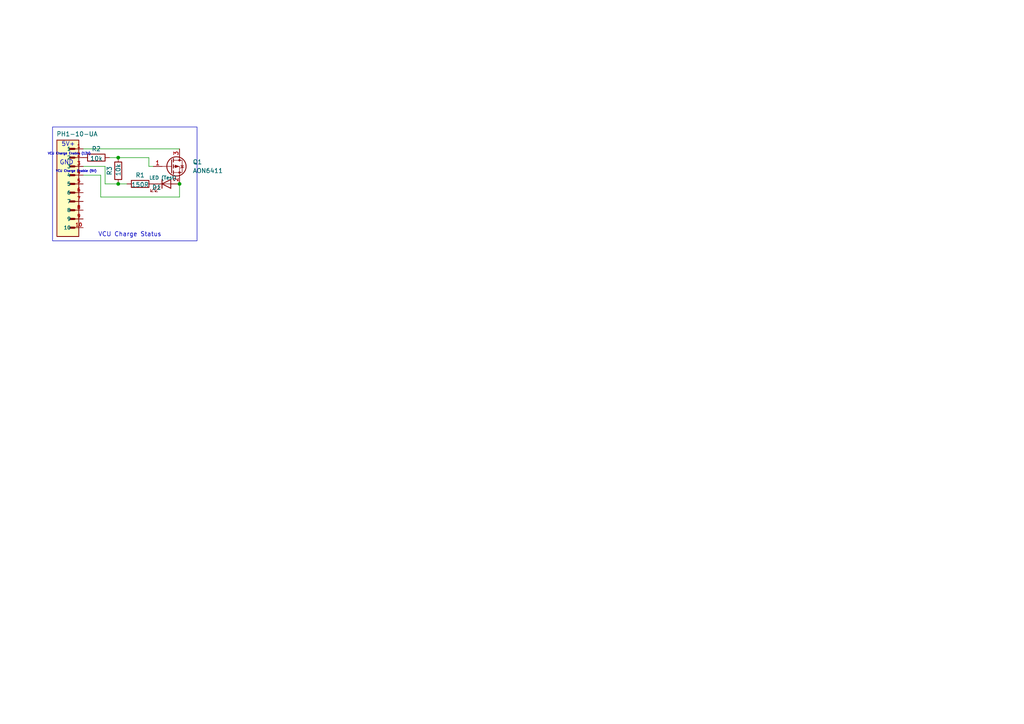
<source format=kicad_sch>
(kicad_sch (version 20231120) (generator "eeschema") (generator_version "8.0")
  (paper "A4")
  (lib_symbols
    (symbol "10 pin output:PH1-10-UA" (pin_names (offset 1.016))
      (property "Reference" "J" (at 0 28.448 0))
      (property "Value" "PH1-10-UA" (at 0 0 0))
      (symbol "PH1-10-UA_0_0"
        (polyline (pts (xy 3.81 2.54) (xy 5.08 2.54)) (stroke (width 0.6096)))
        (polyline (pts (xy 3.81 5.08) (xy 5.08 5.08)) (stroke (width 0.6096)))
        (polyline (pts (xy 3.81 7.62) (xy 5.08 7.62)) (stroke (width 0.6096)))
        (polyline (pts (xy 3.81 10.16) (xy 5.08 10.16)) (stroke (width 0.6096)))
        (polyline (pts (xy 3.81 12.7) (xy 5.08 12.7)) (stroke (width 0.6096)))
        (polyline (pts (xy 3.81 15.24) (xy 5.08 15.24)) (stroke (width 0.6096)))
        (polyline (pts (xy 3.81 17.78) (xy 5.08 17.78)) (stroke (width 0.6096)))
        (polyline (pts (xy 3.81 20.32) (xy 5.08 20.32)) (stroke (width 0.6096)))
        (polyline (pts (xy 3.81 22.86) (xy 5.08 22.86)) (stroke (width 0.6096)))
        (polyline (pts (xy 3.81 25.4) (xy 5.08 25.4)) (stroke (width 0.6096)))
        (rectangle (start 0 0) (end 6.35 27.94) (stroke (width 0.254)) (fill (type background)))
        (pin passive line (at 7.62 25.4 180) (length 2.54) (name "1") (number "1"))
        (pin passive line (at 7.62 2.54 180) (length 2.54) (name "10") (number "10"))
        (pin passive line (at 7.62 22.86 180) (length 2.54) (name "2") (number "2"))
        (pin passive line (at 7.62 20.32 180) (length 2.54) (name "3") (number "3"))
        (pin passive line (at 7.62 17.78 180) (length 2.54) (name "4") (number "4"))
        (pin passive line (at 7.62 15.24 180) (length 2.54) (name "5") (number "5"))
        (pin passive line (at 7.62 12.7 180) (length 2.54) (name "6") (number "6"))
        (pin passive line (at 7.62 10.16 180) (length 2.54) (name "7") (number "7"))
        (pin passive line (at 7.62 7.62 180) (length 2.54) (name "8") (number "8"))
        (pin passive line (at 7.62 5.08 180) (length 2.54) (name "9") (number "9"))
      )
    )
    (symbol "Device:LED" (pin_numbers hide) (pin_names (offset 1.016) hide)
      (property "Reference" "D" (at 0 2.54 0))
      (property "Value" "LED" (at 0 -2.54 0))
      (symbol "LED_0_1"
        (polyline (pts (xy -1.27 -1.27) (xy -1.27 1.27)) (stroke (width 0.254)))
        (polyline (pts (xy -1.27 0) (xy 1.27 0)))
        (polyline (pts (xy 1.27 -1.27) (xy 1.27 1.27) (xy -1.27 0) (xy 1.27 -1.27)) (stroke (width 0.254)))
        (polyline (pts (xy -3.048 -0.762) (xy -4.572 -2.286) (xy -3.81 -2.286) (xy -4.572 -2.286) (xy -4.572 -1.524)))
        (polyline (pts (xy -1.778 -0.762) (xy -3.302 -2.286) (xy -2.54 -2.286) (xy -3.302 -2.286) (xy -3.302 -1.524)))
      )
      (symbol "LED_1_1"
        (pin passive line (at -3.81 0 0) (length 2.54) (name "K") (number "1"))
        (pin passive line (at 3.81 0 180) (length 2.54) (name "A") (number "2"))
      )
    )
    (symbol "Device:R" (pin_numbers hide) (pin_names (offset 0))
      (property "Reference" "R" (at 2.032 0 90))
      (property "Value" "R" (at 0 0 90))
      (symbol "R_0_1"
        (rectangle (start -1.016 -2.54) (end 1.016 2.54) (stroke (width 0.254)))
      )
      (symbol "R_1_1"
        (pin passive line (at 0 3.81 270) (length 1.27) (name "~") (number "1"))
        (pin passive line (at 0 -3.81 90) (length 1.27) (name "~") (number "2"))
      )
    )
    (symbol "Transistor_FET:AON6411" (pin_names hide)
      (property "Reference" "Q" (at 5.08 1.905 0))
      (property "Value" "AON6411" (at 5.08 0 0))
      (symbol "AON6411_0_1"
        (polyline (pts (xy 0.254 0) (xy -2.54 0)))
        (polyline (pts (xy 0.254 1.905) (xy 0.254 -1.905)) (stroke (width 0.254)))
        (polyline (pts (xy 0.762 -1.27) (xy 0.762 -2.286)) (stroke (width 0.254)))
        (polyline (pts (xy 0.762 0.508) (xy 0.762 -0.508)) (stroke (width 0.254)))
        (polyline (pts (xy 0.762 2.286) (xy 0.762 1.27)) (stroke (width 0.254)))
        (polyline (pts (xy 2.54 2.54) (xy 2.54 1.778)))
        (polyline (pts (xy 2.54 -2.54) (xy 2.54 0) (xy 0.762 0)))
        (polyline (pts (xy 0.762 1.778) (xy 3.302 1.778) (xy 3.302 -1.778) (xy 0.762 -1.778)))
        (polyline (pts (xy 2.286 0) (xy 1.27 0.381) (xy 1.27 -0.381) (xy 2.286 0)) (fill (type outline)))
        (polyline (pts (xy 2.794 -0.508) (xy 2.921 -0.381) (xy 3.683 -0.381) (xy 3.81 -0.254)))
        (polyline (pts (xy 3.302 -0.381) (xy 2.921 0.254) (xy 3.683 0.254) (xy 3.302 -0.381)))
        (circle (center 1.651 0) (radius 2.794) (stroke (width 0.254)))
        (circle (center 2.54 -1.778) (radius 0.254) (fill (type outline)))
        (circle (center 2.54 1.778) (radius 0.254) (fill (type outline)))
      )
      (symbol "AON6411_1_1"
        (pin unspecified line (at -5.08 0 0) (length 2.54) (name "G") (number "1"))
        (pin unspecified line (at 2.54 -5.08 90) (length 2.54) (name "S") (number "2"))
        (pin unspecified line (at 2.54 5.08 270) (length 2.54) (name "D") (number "3"))
      )
    )
  )
  (junction (at 52.07 53.34))
  (junction (at 34.29 45.72))
  (junction (at 34.29 53.34))
  (wire (pts (xy 34.29 53.34) (xy 36.83 53.34)))
  (wire (pts (xy 43.18 48.26) (xy 43.18 45.72)))
  (wire (pts (xy 43.18 48.26) (xy 44.45 48.26)))
  (wire (pts (xy 52.07 57.15) (xy 29.21 57.15)))
  (wire (pts (xy 31.75 45.72) (xy 34.29 45.72)))
  (wire (pts (xy 52.07 43.18) (xy 24.13 43.18)))
  (wire (pts (xy 30.48 53.34) (xy 30.48 48.26)))
  (wire (pts (xy 29.21 50.8) (xy 24.13 50.8)))
  (wire (pts (xy 29.21 57.15) (xy 29.21 50.8)))
  (wire (pts (xy 34.29 53.34) (xy 30.48 53.34)))
  (wire (pts (xy 30.48 48.26) (xy 24.13 48.26)))
  (wire (pts (xy 34.29 45.72) (xy 43.18 45.72)))
  (wire (pts (xy 52.07 53.34) (xy 52.07 57.15)))
  (rectangle (start 15.24 36.83) (end 57.15 69.85))
  (text "5V+\n" (at 19.812 41.91 0) (effects (font (size 1.27 1.27))))
  (text "VCU Charge Enable (5V)" (at 22.098 49.784 0) (effects (font (size 0.635 0.635))))
  (text "VCU Charge Status" (at 28.448 68.834 0) (effects (font (size 1.27 1.27)) (justify left bottom)))
  (text "VCU Charge Enable (12V)" (at 20.066 44.704 0) (effects (font (size 0.635 0.635))))
  (text "GND\n" (at 19.304 47.244 0) (effects (font (size 1.27 1.27))))
  (symbol (lib_id "Device:R") (at 27.94 45.72 90) (unit 1)
    (property "Reference" "R2" (at 27.94 43.18 90))
    (property "Value" "10k" (at 27.94 45.974 90))
    (property "Footprint" "Resistor_SMD:R_0603_1608Metric" (effects (hide yes)))
  )
  (symbol (lib_id "Device:LED") (at 48.26 53.34 0) (unit 1)
    (property "Reference" "D1" (at 45.466 54.356 0))
    (property "Value" "LED (Test)" (at 47.244 51.562 0) (effects (font (size 1 1))))
    (property "Footprint" "LED:LED_AP3216SYD_KNB" (effects (hide yes)))
  )
  (symbol (lib_id "Device:R") (at 40.64 53.34 90) (unit 1)
    (property "Reference" "R1" (at 40.64 50.8 90))
    (property "Value" "150R" (at 40.64 53.594 90))
    (property "Footprint" "Resistor_SMD:R_0805_2012Metric" (effects (hide yes)))
  )
  (symbol (lib_id "Device:R") (at 34.29 49.53 180) (unit 1)
    (property "Reference" "R3" (at 31.75 49.53 90))
    (property "Value" "10k" (at 34.29 49.276 90))
    (property "Footprint" "Resistor_SMD:R_0603_1608Metric" (effects (hide yes)))
  )
  (symbol (lib_id "10 pin output:PH1-10-UA") (at 16.51 68.58 0) (unit 1)
    (property "Reference" "J1" (effects (hide yes)))
    (property "Value" "PH1-10-UA" (at 22.352 38.862 0))
    (property "Footprint" "Connector_PinHeader_2.54mm:PinHeader_1x10_P2.54mm_Vertical" (effects (hide yes)))
    (property "MF" "Adam Tech" (effects (hide yes)))
    (property "Description_1" "\n                        \n                            Connector Header Through Hole 10 position 0.100 (2.54mm)\n                        \n" (effects (hide yes)))
    (property "Package" "None" (effects (hide yes)))
    (property "Price" "None" (effects (hide yes)))
    (property "SnapEDA_Link" "https://www.snapeda.com/parts/PH1-10-UA/Adam+Tech/view-part/?ref=snap" (effects (hide yes)))
    (property "MP" "PH1-10-UA" (effects (hide yes)))
    (property "Availability" "In Stock" (effects (hide yes)))
    (property "Check_prices" "https://www.snapeda.com/parts/PH1-10-UA/Adam+Tech/view-part/?ref=eda" (effects (hide yes)))
  )
  (symbol (lib_id "Transistor_FET:AON6411") (at 49.53 48.26 0) (unit 1)
    (property "Reference" "Q1" (at 55.88 46.99 0) (effects (justify left)))
    (property "Value" "AON6411" (at 55.88 49.53 0) (effects (justify left)))
    (property "Footprint" "SOC:SOT23_INF" (effects (hide yes)))
    (property "Datasheet" "http://www.aosmd.com/res/data_sheets/AON6411.pdf" (effects (hide yes)))
  )
)
</source>
